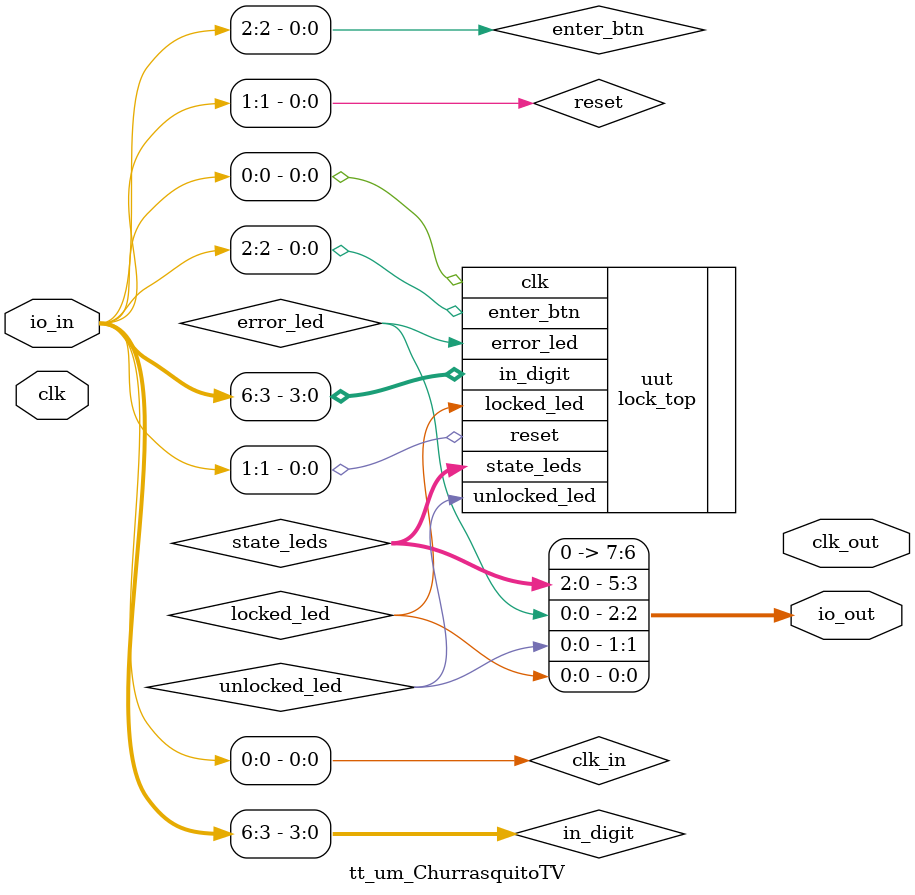
<source format=v>
module tt_um_ChurrasquitoTV (
    input  [7:0] io_in,
    output [7:0] io_out,
    input        clk,      // No usado, clock viene de io_in[0]
    output       clk_out   // No usado, se puede dejar sin conectar
);

    // Mapear entradas desde io_in
    wire clk_in       = io_in[0];
    wire reset        = io_in[1];
    wire enter_btn    = io_in[2];
    wire [3:0] in_digit = io_in[6:3];

    // Salidas internas
    wire locked_led;
    wire unlocked_led;
    wire error_led;
    wire [2:0] state_leds;

    // Módulo principal
    lock_top uut (
        .clk(clk_in),
        .reset(reset),
        .in_digit(in_digit),
        .enter_btn(enter_btn),
        .locked_led(locked_led),
        .unlocked_led(unlocked_led),
        .error_led(error_led),
        .state_leds(state_leds)
    );

    // Asignar salidas a io_out
    assign io_out[0] = locked_led;
    assign io_out[1] = unlocked_led;
    assign io_out[2] = error_led;
    assign io_out[5:3] = state_leds;
    assign io_out[7:6] = 2'b00; // Sin usar
endmodule

</source>
